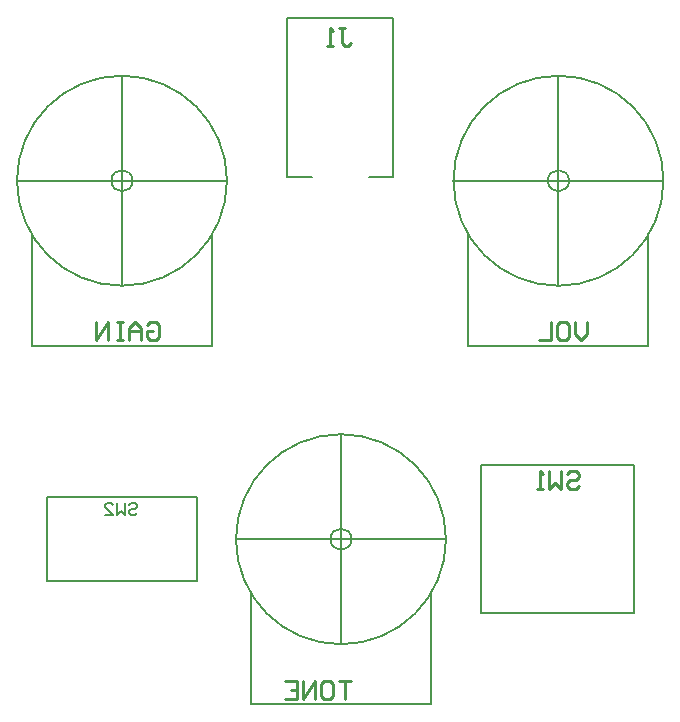
<source format=gbo>
G04*
G04 #@! TF.GenerationSoftware,Altium Limited,Altium Designer,19.0.9 (268)*
G04*
G04 Layer_Color=32896*
%FSLAX25Y25*%
%MOIN*%
G70*
G01*
G75*
%ADD10C,0.00600*%
%ADD11C,0.01000*%
%ADD12C,0.00500*%
%ADD14C,0.00800*%
D10*
X68500Y197500D02*
Y225500D01*
X18500D02*
X68500D01*
X18500Y197500D02*
Y225500D01*
Y197500D02*
X68500D01*
D11*
X119700Y164098D02*
X115701D01*
X117701D01*
Y158100D01*
X110703Y164098D02*
X112702D01*
X113702Y163098D01*
Y159100D01*
X112702Y158100D01*
X110703D01*
X109703Y159100D01*
Y163098D01*
X110703Y164098D01*
X107704Y158100D02*
Y164098D01*
X103705Y158100D01*
Y164098D01*
X97707D02*
X101706D01*
Y158100D01*
X97707D01*
X101706Y161099D02*
X99707D01*
X115951Y381998D02*
X117951D01*
X116951D01*
Y377000D01*
X117951Y376000D01*
X118950D01*
X119950Y377000D01*
X113952Y376000D02*
X111953D01*
X112952D01*
Y381998D01*
X113952Y380998D01*
X198500Y283998D02*
Y279999D01*
X196501Y278000D01*
X194501Y279999D01*
Y283998D01*
X189503D02*
X191502D01*
X192502Y282998D01*
Y279000D01*
X191502Y278000D01*
X189503D01*
X188503Y279000D01*
Y282998D01*
X189503Y283998D01*
X186504D02*
Y278000D01*
X182505D01*
X192001Y233198D02*
X193001Y234198D01*
X195000D01*
X196000Y233198D01*
Y232199D01*
X195000Y231199D01*
X193001D01*
X192001Y230199D01*
Y229200D01*
X193001Y228200D01*
X195000D01*
X196000Y229200D01*
X190002Y234198D02*
Y228200D01*
X188003Y230199D01*
X186003Y228200D01*
Y234198D01*
X184004Y228200D02*
X182004D01*
X183004D01*
Y234198D01*
X184004Y233198D01*
X52001Y282998D02*
X53001Y283998D01*
X55000D01*
X56000Y282998D01*
Y279000D01*
X55000Y278000D01*
X53001D01*
X52001Y279000D01*
Y280999D01*
X54001D01*
X50002Y278000D02*
Y281999D01*
X48003Y283998D01*
X46003Y281999D01*
Y278000D01*
Y280999D01*
X50002D01*
X44004Y283998D02*
X42004D01*
X43004D01*
Y278000D01*
X44004D01*
X42004D01*
X39006D02*
Y283998D01*
X35007Y278000D01*
Y283998D01*
D12*
X154000Y330937D02*
G03*
X189000Y295937I35000J0D01*
G01*
Y365937D02*
G03*
X154000Y330937I-0J-35000D01*
G01*
X189000Y365937D02*
G03*
X154000Y330937I-0J-35000D01*
G01*
Y330937D02*
G03*
X189000Y295937I35000J0D01*
G01*
D02*
G03*
X224000Y330937I0J35000D01*
G01*
Y330937D02*
G03*
X189000Y365937I-35000J0D01*
G01*
X224000Y330937D02*
G03*
X189000Y365937I-35000J0D01*
G01*
Y295937D02*
G03*
X224000Y330937I0J35000D01*
G01*
X192535D02*
G03*
X192535Y330937I-3535J0D01*
G01*
D02*
G03*
X192535Y330937I-3535J0D01*
G01*
X81500Y211437D02*
G03*
X116500Y176437I35000J0D01*
G01*
Y246437D02*
G03*
X81500Y211437I-0J-35000D01*
G01*
X116500Y246437D02*
G03*
X81500Y211437I-0J-35000D01*
G01*
Y211437D02*
G03*
X116500Y176437I35000J0D01*
G01*
D02*
G03*
X151500Y211437I0J35000D01*
G01*
Y211437D02*
G03*
X116500Y246437I-35000J0D01*
G01*
X151500Y211437D02*
G03*
X116500Y246437I-35000J0D01*
G01*
Y176437D02*
G03*
X151500Y211437I0J35000D01*
G01*
X120035D02*
G03*
X120035Y211437I-3535J0D01*
G01*
D02*
G03*
X120035Y211437I-3535J0D01*
G01*
X8500Y330937D02*
G03*
X43500Y295937I35000J0D01*
G01*
Y365937D02*
G03*
X8500Y330937I-0J-35000D01*
G01*
X43500Y365937D02*
G03*
X8500Y330937I-0J-35000D01*
G01*
Y330937D02*
G03*
X43500Y295937I35000J0D01*
G01*
D02*
G03*
X78500Y330937I0J35000D01*
G01*
Y330937D02*
G03*
X43500Y365937I-35000J0D01*
G01*
X78500Y330937D02*
G03*
X43500Y365937I-35000J0D01*
G01*
Y295937D02*
G03*
X78500Y330937I0J35000D01*
G01*
X47035D02*
G03*
X47035Y330937I-3535J0D01*
G01*
D02*
G03*
X47035Y330937I-3535J0D01*
G01*
X154000D02*
X224000D01*
X154000D02*
X224000D01*
X159000Y276000D02*
X219000D01*
X159000D02*
X219000D01*
X189000Y295937D02*
Y365937D01*
Y295937D02*
Y365937D01*
X159000Y276000D02*
Y313437D01*
Y276000D02*
Y313437D01*
X219000Y276000D02*
Y313437D01*
Y276000D02*
Y313437D01*
X81500Y211437D02*
X151500D01*
X81500D02*
X151500D01*
X86500Y156500D02*
X146500D01*
X86500D02*
X146500D01*
X116500Y176437D02*
Y246437D01*
Y176437D02*
Y246437D01*
X86500Y156500D02*
Y193937D01*
Y156500D02*
Y193937D01*
X146500Y156500D02*
Y193937D01*
Y156500D02*
Y193937D01*
X8500Y330937D02*
X78500D01*
X8500D02*
X78500D01*
X13500Y276000D02*
X73500D01*
X13500D02*
X73500D01*
X43500Y295937D02*
Y365937D01*
Y295937D02*
Y365937D01*
X13500Y276000D02*
Y313437D01*
Y276000D02*
Y313437D01*
X73500Y276000D02*
Y313437D01*
Y276000D02*
Y313437D01*
X163252Y236190D02*
X214183D01*
X163252Y186977D02*
Y236190D01*
X214183Y186977D02*
Y236190D01*
X163252Y186977D02*
X214183D01*
D14*
X98533Y332278D02*
X106801D01*
X125699D02*
X133967D01*
Y335034D01*
X133950Y335015D02*
Y354390D01*
X98533Y332278D02*
Y385215D01*
X133967Y353538D02*
Y385215D01*
X98533D02*
X133967D01*
X45834Y222832D02*
X46501Y223499D01*
X47834D01*
X48500Y222832D01*
Y222166D01*
X47834Y221499D01*
X46501D01*
X45834Y220833D01*
Y220166D01*
X46501Y219500D01*
X47834D01*
X48500Y220166D01*
X44501Y223499D02*
Y219500D01*
X43168Y220833D01*
X41835Y219500D01*
Y223499D01*
X37837Y219500D02*
X40503D01*
X37837Y222166D01*
Y222832D01*
X38503Y223499D01*
X39836D01*
X40503Y222832D01*
M02*

</source>
